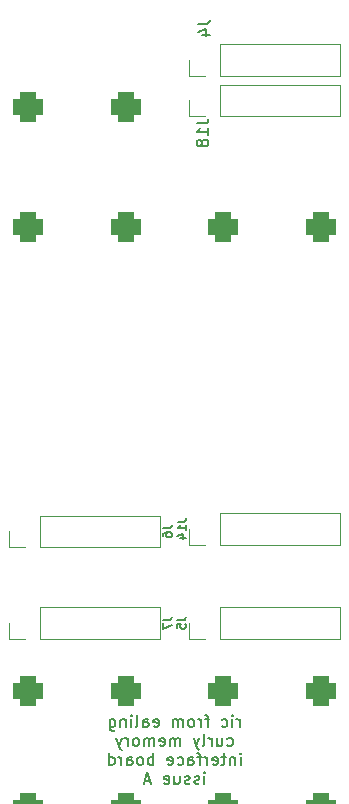
<source format=gbr>
%TF.GenerationSoftware,KiCad,Pcbnew,(6.0.0-0)*%
%TF.CreationDate,2022-01-16T08:33:06+00:00*%
%TF.ProjectId,curly-memory-interface-board,6375726c-792d-46d6-956d-6f72792d696e,rev?*%
%TF.SameCoordinates,Original*%
%TF.FileFunction,Legend,Bot*%
%TF.FilePolarity,Positive*%
%FSLAX46Y46*%
G04 Gerber Fmt 4.6, Leading zero omitted, Abs format (unit mm)*
G04 Created by KiCad (PCBNEW (6.0.0-0)) date 2022-01-16 08:33:06*
%MOMM*%
%LPD*%
G01*
G04 APERTURE LIST*
G04 Aperture macros list*
%AMRoundRect*
0 Rectangle with rounded corners*
0 $1 Rounding radius*
0 $2 $3 $4 $5 $6 $7 $8 $9 X,Y pos of 4 corners*
0 Add a 4 corners polygon primitive as box body*
4,1,4,$2,$3,$4,$5,$6,$7,$8,$9,$2,$3,0*
0 Add four circle primitives for the rounded corners*
1,1,$1+$1,$2,$3*
1,1,$1+$1,$4,$5*
1,1,$1+$1,$6,$7*
1,1,$1+$1,$8,$9*
0 Add four rect primitives between the rounded corners*
20,1,$1+$1,$2,$3,$4,$5,0*
20,1,$1+$1,$4,$5,$6,$7,0*
20,1,$1+$1,$6,$7,$8,$9,0*
20,1,$1+$1,$8,$9,$2,$3,0*%
G04 Aperture macros list end*
%ADD10C,0.150000*%
%ADD11C,0.120000*%
%ADD12O,2.300000X3.100000*%
%ADD13RoundRect,0.650000X0.650000X-0.650000X0.650000X0.650000X-0.650000X0.650000X-0.650000X-0.650000X0*%
%ADD14C,4.000000*%
%ADD15C,1.800000*%
%ADD16R,1.700000X1.700000*%
%ADD17O,1.700000X1.700000*%
%ADD18RoundRect,0.650000X-0.650000X0.650000X-0.650000X-0.650000X0.650000X-0.650000X0.650000X0.650000X0*%
G04 APERTURE END LIST*
D10*
X20500000Y-88054980D02*
X20500000Y-87388314D01*
X20500000Y-87578790D02*
X20452380Y-87483552D01*
X20404761Y-87435933D01*
X20309523Y-87388314D01*
X20214285Y-87388314D01*
X19880952Y-88054980D02*
X19880952Y-87388314D01*
X19880952Y-87054980D02*
X19928571Y-87102600D01*
X19880952Y-87150219D01*
X19833333Y-87102600D01*
X19880952Y-87054980D01*
X19880952Y-87150219D01*
X18976190Y-88007361D02*
X19071428Y-88054980D01*
X19261904Y-88054980D01*
X19357142Y-88007361D01*
X19404761Y-87959742D01*
X19452380Y-87864504D01*
X19452380Y-87578790D01*
X19404761Y-87483552D01*
X19357142Y-87435933D01*
X19261904Y-87388314D01*
X19071428Y-87388314D01*
X18976190Y-87435933D01*
X17928571Y-87388314D02*
X17547619Y-87388314D01*
X17785714Y-88054980D02*
X17785714Y-87197838D01*
X17738095Y-87102600D01*
X17642857Y-87054980D01*
X17547619Y-87054980D01*
X17214285Y-88054980D02*
X17214285Y-87388314D01*
X17214285Y-87578790D02*
X17166666Y-87483552D01*
X17119047Y-87435933D01*
X17023809Y-87388314D01*
X16928571Y-87388314D01*
X16452380Y-88054980D02*
X16547619Y-88007361D01*
X16595238Y-87959742D01*
X16642857Y-87864504D01*
X16642857Y-87578790D01*
X16595238Y-87483552D01*
X16547619Y-87435933D01*
X16452380Y-87388314D01*
X16309523Y-87388314D01*
X16214285Y-87435933D01*
X16166666Y-87483552D01*
X16119047Y-87578790D01*
X16119047Y-87864504D01*
X16166666Y-87959742D01*
X16214285Y-88007361D01*
X16309523Y-88054980D01*
X16452380Y-88054980D01*
X15690476Y-88054980D02*
X15690476Y-87388314D01*
X15690476Y-87483552D02*
X15642857Y-87435933D01*
X15547619Y-87388314D01*
X15404761Y-87388314D01*
X15309523Y-87435933D01*
X15261904Y-87531171D01*
X15261904Y-88054980D01*
X15261904Y-87531171D02*
X15214285Y-87435933D01*
X15119047Y-87388314D01*
X14976190Y-87388314D01*
X14880952Y-87435933D01*
X14833333Y-87531171D01*
X14833333Y-88054980D01*
X13214285Y-88007361D02*
X13309523Y-88054980D01*
X13500000Y-88054980D01*
X13595238Y-88007361D01*
X13642857Y-87912123D01*
X13642857Y-87531171D01*
X13595238Y-87435933D01*
X13500000Y-87388314D01*
X13309523Y-87388314D01*
X13214285Y-87435933D01*
X13166666Y-87531171D01*
X13166666Y-87626409D01*
X13642857Y-87721647D01*
X12309523Y-88054980D02*
X12309523Y-87531171D01*
X12357142Y-87435933D01*
X12452380Y-87388314D01*
X12642857Y-87388314D01*
X12738095Y-87435933D01*
X12309523Y-88007361D02*
X12404761Y-88054980D01*
X12642857Y-88054980D01*
X12738095Y-88007361D01*
X12785714Y-87912123D01*
X12785714Y-87816885D01*
X12738095Y-87721647D01*
X12642857Y-87674028D01*
X12404761Y-87674028D01*
X12309523Y-87626409D01*
X11690476Y-88054980D02*
X11785714Y-88007361D01*
X11833333Y-87912123D01*
X11833333Y-87054980D01*
X11309523Y-88054980D02*
X11309523Y-87388314D01*
X11309523Y-87054980D02*
X11357142Y-87102600D01*
X11309523Y-87150219D01*
X11261904Y-87102600D01*
X11309523Y-87054980D01*
X11309523Y-87150219D01*
X10833333Y-87388314D02*
X10833333Y-88054980D01*
X10833333Y-87483552D02*
X10785714Y-87435933D01*
X10690476Y-87388314D01*
X10547619Y-87388314D01*
X10452380Y-87435933D01*
X10404761Y-87531171D01*
X10404761Y-88054980D01*
X9500000Y-87388314D02*
X9500000Y-88197838D01*
X9547619Y-88293076D01*
X9595238Y-88340695D01*
X9690476Y-88388314D01*
X9833333Y-88388314D01*
X9928571Y-88340695D01*
X9500000Y-88007361D02*
X9595238Y-88054980D01*
X9785714Y-88054980D01*
X9880952Y-88007361D01*
X9928571Y-87959742D01*
X9976190Y-87864504D01*
X9976190Y-87578790D01*
X9928571Y-87483552D01*
X9880952Y-87435933D01*
X9785714Y-87388314D01*
X9595238Y-87388314D01*
X9500000Y-87435933D01*
X19452380Y-89617361D02*
X19547619Y-89664980D01*
X19738095Y-89664980D01*
X19833333Y-89617361D01*
X19880952Y-89569742D01*
X19928571Y-89474504D01*
X19928571Y-89188790D01*
X19880952Y-89093552D01*
X19833333Y-89045933D01*
X19738095Y-88998314D01*
X19547619Y-88998314D01*
X19452380Y-89045933D01*
X18595238Y-88998314D02*
X18595238Y-89664980D01*
X19023809Y-88998314D02*
X19023809Y-89522123D01*
X18976190Y-89617361D01*
X18880952Y-89664980D01*
X18738095Y-89664980D01*
X18642857Y-89617361D01*
X18595238Y-89569742D01*
X18119047Y-89664980D02*
X18119047Y-88998314D01*
X18119047Y-89188790D02*
X18071428Y-89093552D01*
X18023809Y-89045933D01*
X17928571Y-88998314D01*
X17833333Y-88998314D01*
X17357142Y-89664980D02*
X17452380Y-89617361D01*
X17500000Y-89522123D01*
X17500000Y-88664980D01*
X17071428Y-88998314D02*
X16833333Y-89664980D01*
X16595238Y-88998314D02*
X16833333Y-89664980D01*
X16928571Y-89903076D01*
X16976190Y-89950695D01*
X17071428Y-89998314D01*
X15452380Y-89664980D02*
X15452380Y-88998314D01*
X15452380Y-89093552D02*
X15404761Y-89045933D01*
X15309523Y-88998314D01*
X15166666Y-88998314D01*
X15071428Y-89045933D01*
X15023809Y-89141171D01*
X15023809Y-89664980D01*
X15023809Y-89141171D02*
X14976190Y-89045933D01*
X14880952Y-88998314D01*
X14738095Y-88998314D01*
X14642857Y-89045933D01*
X14595238Y-89141171D01*
X14595238Y-89664980D01*
X13738095Y-89617361D02*
X13833333Y-89664980D01*
X14023809Y-89664980D01*
X14119047Y-89617361D01*
X14166666Y-89522123D01*
X14166666Y-89141171D01*
X14119047Y-89045933D01*
X14023809Y-88998314D01*
X13833333Y-88998314D01*
X13738095Y-89045933D01*
X13690476Y-89141171D01*
X13690476Y-89236409D01*
X14166666Y-89331647D01*
X13261904Y-89664980D02*
X13261904Y-88998314D01*
X13261904Y-89093552D02*
X13214285Y-89045933D01*
X13119047Y-88998314D01*
X12976190Y-88998314D01*
X12880952Y-89045933D01*
X12833333Y-89141171D01*
X12833333Y-89664980D01*
X12833333Y-89141171D02*
X12785714Y-89045933D01*
X12690476Y-88998314D01*
X12547619Y-88998314D01*
X12452380Y-89045933D01*
X12404761Y-89141171D01*
X12404761Y-89664980D01*
X11785714Y-89664980D02*
X11880952Y-89617361D01*
X11928571Y-89569742D01*
X11976190Y-89474504D01*
X11976190Y-89188790D01*
X11928571Y-89093552D01*
X11880952Y-89045933D01*
X11785714Y-88998314D01*
X11642857Y-88998314D01*
X11547619Y-89045933D01*
X11500000Y-89093552D01*
X11452380Y-89188790D01*
X11452380Y-89474504D01*
X11500000Y-89569742D01*
X11547619Y-89617361D01*
X11642857Y-89664980D01*
X11785714Y-89664980D01*
X11023809Y-89664980D02*
X11023809Y-88998314D01*
X11023809Y-89188790D02*
X10976190Y-89093552D01*
X10928571Y-89045933D01*
X10833333Y-88998314D01*
X10738095Y-88998314D01*
X10500000Y-88998314D02*
X10261904Y-89664980D01*
X10023809Y-88998314D02*
X10261904Y-89664980D01*
X10357142Y-89903076D01*
X10404761Y-89950695D01*
X10500000Y-89998314D01*
X20571428Y-91274980D02*
X20571428Y-90608314D01*
X20571428Y-90274980D02*
X20619047Y-90322600D01*
X20571428Y-90370219D01*
X20523809Y-90322600D01*
X20571428Y-90274980D01*
X20571428Y-90370219D01*
X20095238Y-90608314D02*
X20095238Y-91274980D01*
X20095238Y-90703552D02*
X20047619Y-90655933D01*
X19952380Y-90608314D01*
X19809523Y-90608314D01*
X19714285Y-90655933D01*
X19666666Y-90751171D01*
X19666666Y-91274980D01*
X19333333Y-90608314D02*
X18952380Y-90608314D01*
X19190476Y-90274980D02*
X19190476Y-91132123D01*
X19142857Y-91227361D01*
X19047619Y-91274980D01*
X18952380Y-91274980D01*
X18238095Y-91227361D02*
X18333333Y-91274980D01*
X18523809Y-91274980D01*
X18619047Y-91227361D01*
X18666666Y-91132123D01*
X18666666Y-90751171D01*
X18619047Y-90655933D01*
X18523809Y-90608314D01*
X18333333Y-90608314D01*
X18238095Y-90655933D01*
X18190476Y-90751171D01*
X18190476Y-90846409D01*
X18666666Y-90941647D01*
X17761904Y-91274980D02*
X17761904Y-90608314D01*
X17761904Y-90798790D02*
X17714285Y-90703552D01*
X17666666Y-90655933D01*
X17571428Y-90608314D01*
X17476190Y-90608314D01*
X17285714Y-90608314D02*
X16904761Y-90608314D01*
X17142857Y-91274980D02*
X17142857Y-90417838D01*
X17095238Y-90322600D01*
X17000000Y-90274980D01*
X16904761Y-90274980D01*
X16142857Y-91274980D02*
X16142857Y-90751171D01*
X16190476Y-90655933D01*
X16285714Y-90608314D01*
X16476190Y-90608314D01*
X16571428Y-90655933D01*
X16142857Y-91227361D02*
X16238095Y-91274980D01*
X16476190Y-91274980D01*
X16571428Y-91227361D01*
X16619047Y-91132123D01*
X16619047Y-91036885D01*
X16571428Y-90941647D01*
X16476190Y-90894028D01*
X16238095Y-90894028D01*
X16142857Y-90846409D01*
X15238095Y-91227361D02*
X15333333Y-91274980D01*
X15523809Y-91274980D01*
X15619047Y-91227361D01*
X15666666Y-91179742D01*
X15714285Y-91084504D01*
X15714285Y-90798790D01*
X15666666Y-90703552D01*
X15619047Y-90655933D01*
X15523809Y-90608314D01*
X15333333Y-90608314D01*
X15238095Y-90655933D01*
X14428571Y-91227361D02*
X14523809Y-91274980D01*
X14714285Y-91274980D01*
X14809523Y-91227361D01*
X14857142Y-91132123D01*
X14857142Y-90751171D01*
X14809523Y-90655933D01*
X14714285Y-90608314D01*
X14523809Y-90608314D01*
X14428571Y-90655933D01*
X14380952Y-90751171D01*
X14380952Y-90846409D01*
X14857142Y-90941647D01*
X13190476Y-91274980D02*
X13190476Y-90274980D01*
X13190476Y-90655933D02*
X13095238Y-90608314D01*
X12904761Y-90608314D01*
X12809523Y-90655933D01*
X12761904Y-90703552D01*
X12714285Y-90798790D01*
X12714285Y-91084504D01*
X12761904Y-91179742D01*
X12809523Y-91227361D01*
X12904761Y-91274980D01*
X13095238Y-91274980D01*
X13190476Y-91227361D01*
X12142857Y-91274980D02*
X12238095Y-91227361D01*
X12285714Y-91179742D01*
X12333333Y-91084504D01*
X12333333Y-90798790D01*
X12285714Y-90703552D01*
X12238095Y-90655933D01*
X12142857Y-90608314D01*
X12000000Y-90608314D01*
X11904761Y-90655933D01*
X11857142Y-90703552D01*
X11809523Y-90798790D01*
X11809523Y-91084504D01*
X11857142Y-91179742D01*
X11904761Y-91227361D01*
X12000000Y-91274980D01*
X12142857Y-91274980D01*
X10952380Y-91274980D02*
X10952380Y-90751171D01*
X11000000Y-90655933D01*
X11095238Y-90608314D01*
X11285714Y-90608314D01*
X11380952Y-90655933D01*
X10952380Y-91227361D02*
X11047619Y-91274980D01*
X11285714Y-91274980D01*
X11380952Y-91227361D01*
X11428571Y-91132123D01*
X11428571Y-91036885D01*
X11380952Y-90941647D01*
X11285714Y-90894028D01*
X11047619Y-90894028D01*
X10952380Y-90846409D01*
X10476190Y-91274980D02*
X10476190Y-90608314D01*
X10476190Y-90798790D02*
X10428571Y-90703552D01*
X10380952Y-90655933D01*
X10285714Y-90608314D01*
X10190476Y-90608314D01*
X9428571Y-91274980D02*
X9428571Y-90274980D01*
X9428571Y-91227361D02*
X9523809Y-91274980D01*
X9714285Y-91274980D01*
X9809523Y-91227361D01*
X9857142Y-91179742D01*
X9904761Y-91084504D01*
X9904761Y-90798790D01*
X9857142Y-90703552D01*
X9809523Y-90655933D01*
X9714285Y-90608314D01*
X9523809Y-90608314D01*
X9428571Y-90655933D01*
X17500000Y-92884980D02*
X17500000Y-92218314D01*
X17500000Y-91884980D02*
X17547619Y-91932600D01*
X17500000Y-91980219D01*
X17452380Y-91932600D01*
X17500000Y-91884980D01*
X17500000Y-91980219D01*
X17071428Y-92837361D02*
X16976190Y-92884980D01*
X16785714Y-92884980D01*
X16690476Y-92837361D01*
X16642857Y-92742123D01*
X16642857Y-92694504D01*
X16690476Y-92599266D01*
X16785714Y-92551647D01*
X16928571Y-92551647D01*
X17023809Y-92504028D01*
X17071428Y-92408790D01*
X17071428Y-92361171D01*
X17023809Y-92265933D01*
X16928571Y-92218314D01*
X16785714Y-92218314D01*
X16690476Y-92265933D01*
X16261904Y-92837361D02*
X16166666Y-92884980D01*
X15976190Y-92884980D01*
X15880952Y-92837361D01*
X15833333Y-92742123D01*
X15833333Y-92694504D01*
X15880952Y-92599266D01*
X15976190Y-92551647D01*
X16119047Y-92551647D01*
X16214285Y-92504028D01*
X16261904Y-92408790D01*
X16261904Y-92361171D01*
X16214285Y-92265933D01*
X16119047Y-92218314D01*
X15976190Y-92218314D01*
X15880952Y-92265933D01*
X14976190Y-92218314D02*
X14976190Y-92884980D01*
X15404761Y-92218314D02*
X15404761Y-92742123D01*
X15357142Y-92837361D01*
X15261904Y-92884980D01*
X15119047Y-92884980D01*
X15023809Y-92837361D01*
X14976190Y-92789742D01*
X14119047Y-92837361D02*
X14214285Y-92884980D01*
X14404761Y-92884980D01*
X14500000Y-92837361D01*
X14547619Y-92742123D01*
X14547619Y-92361171D01*
X14500000Y-92265933D01*
X14404761Y-92218314D01*
X14214285Y-92218314D01*
X14119047Y-92265933D01*
X14071428Y-92361171D01*
X14071428Y-92456409D01*
X14547619Y-92551647D01*
X12928571Y-92599266D02*
X12452380Y-92599266D01*
X13023809Y-92884980D02*
X12690476Y-91884980D01*
X12357142Y-92884980D01*
%TO.C,J14*%
X15235685Y-70665257D02*
X15771400Y-70665257D01*
X15878542Y-70629542D01*
X15949971Y-70558114D01*
X15985685Y-70450971D01*
X15985685Y-70379542D01*
X15985685Y-71415257D02*
X15985685Y-70986685D01*
X15985685Y-71200971D02*
X15235685Y-71200971D01*
X15342828Y-71129542D01*
X15414257Y-71058114D01*
X15449971Y-70986685D01*
X15485685Y-72058114D02*
X15985685Y-72058114D01*
X15199971Y-71879542D02*
X15735685Y-71700971D01*
X15735685Y-72165257D01*
%TO.C,J7*%
X13991085Y-79000000D02*
X14526800Y-79000000D01*
X14633942Y-78964285D01*
X14705371Y-78892857D01*
X14741085Y-78785714D01*
X14741085Y-78714285D01*
X13991085Y-79285714D02*
X13991085Y-79785714D01*
X14741085Y-79464285D01*
%TO.C,J6*%
X13991085Y-71250000D02*
X14526800Y-71250000D01*
X14633942Y-71214285D01*
X14705371Y-71142857D01*
X14741085Y-71035714D01*
X14741085Y-70964285D01*
X13991085Y-71928571D02*
X13991085Y-71785714D01*
X14026800Y-71714285D01*
X14062514Y-71678571D01*
X14169657Y-71607142D01*
X14312514Y-71571428D01*
X14598228Y-71571428D01*
X14669657Y-71607142D01*
X14705371Y-71642857D01*
X14741085Y-71714285D01*
X14741085Y-71857142D01*
X14705371Y-71928571D01*
X14669657Y-71964285D01*
X14598228Y-72000000D01*
X14419657Y-72000000D01*
X14348228Y-71964285D01*
X14312514Y-71928571D01*
X14276800Y-71857142D01*
X14276800Y-71714285D01*
X14312514Y-71642857D01*
X14348228Y-71607142D01*
X14419657Y-71571428D01*
%TO.C,J4*%
X16978380Y-28546466D02*
X17692666Y-28546466D01*
X17835523Y-28498847D01*
X17930761Y-28403609D01*
X17978380Y-28260752D01*
X17978380Y-28165514D01*
X17311714Y-29451228D02*
X17978380Y-29451228D01*
X16930761Y-29213133D02*
X17645047Y-28975038D01*
X17645047Y-29594085D01*
%TO.C,J18*%
X16851380Y-36960276D02*
X17565666Y-36960276D01*
X17708523Y-36912657D01*
X17803761Y-36817419D01*
X17851380Y-36674561D01*
X17851380Y-36579323D01*
X17851380Y-37960276D02*
X17851380Y-37388847D01*
X17851380Y-37674561D02*
X16851380Y-37674561D01*
X16994238Y-37579323D01*
X17089476Y-37484085D01*
X17137095Y-37388847D01*
X17279952Y-38531704D02*
X17232333Y-38436466D01*
X17184714Y-38388847D01*
X17089476Y-38341228D01*
X17041857Y-38341228D01*
X16946619Y-38388847D01*
X16899000Y-38436466D01*
X16851380Y-38531704D01*
X16851380Y-38722180D01*
X16899000Y-38817419D01*
X16946619Y-38865038D01*
X17041857Y-38912657D01*
X17089476Y-38912657D01*
X17184714Y-38865038D01*
X17232333Y-38817419D01*
X17279952Y-38722180D01*
X17279952Y-38531704D01*
X17327571Y-38436466D01*
X17375190Y-38388847D01*
X17470428Y-38341228D01*
X17660904Y-38341228D01*
X17756142Y-38388847D01*
X17803761Y-38436466D01*
X17851380Y-38531704D01*
X17851380Y-38722180D01*
X17803761Y-38817419D01*
X17756142Y-38865038D01*
X17660904Y-38912657D01*
X17470428Y-38912657D01*
X17375190Y-38865038D01*
X17327571Y-38817419D01*
X17279952Y-38722180D01*
%TO.C,J5*%
X15184885Y-78998000D02*
X15720600Y-78998000D01*
X15827742Y-78962285D01*
X15899171Y-78890857D01*
X15934885Y-78783714D01*
X15934885Y-78712285D01*
X15184885Y-79712285D02*
X15184885Y-79355142D01*
X15542028Y-79319428D01*
X15506314Y-79355142D01*
X15470600Y-79426571D01*
X15470600Y-79605142D01*
X15506314Y-79676571D01*
X15542028Y-79712285D01*
X15613457Y-79748000D01*
X15792028Y-79748000D01*
X15863457Y-79712285D01*
X15899171Y-79676571D01*
X15934885Y-79605142D01*
X15934885Y-79426571D01*
X15899171Y-79355142D01*
X15863457Y-79319428D01*
D11*
%TO.C,J14*%
X18810000Y-69970000D02*
X18810000Y-72630000D01*
X16210000Y-72630000D02*
X17540000Y-72630000D01*
X29030000Y-69970000D02*
X29030000Y-72630000D01*
X16210000Y-71300000D02*
X16210000Y-72630000D01*
X18810000Y-72630000D02*
X29030000Y-72630000D01*
X18810000Y-69970000D02*
X29030000Y-69970000D01*
%TO.C,J7*%
X970000Y-79250000D02*
X970000Y-80580000D01*
X13790000Y-77920000D02*
X13790000Y-80580000D01*
X3570000Y-77920000D02*
X13790000Y-77920000D01*
X970000Y-80580000D02*
X2300000Y-80580000D01*
X3570000Y-80580000D02*
X13790000Y-80580000D01*
X3570000Y-77920000D02*
X3570000Y-80580000D01*
%TO.C,J6*%
X3570000Y-70170000D02*
X13790000Y-70170000D01*
X970000Y-72830000D02*
X2300000Y-72830000D01*
X13790000Y-70170000D02*
X13790000Y-72830000D01*
X3570000Y-70170000D02*
X3570000Y-72830000D01*
X970000Y-71500000D02*
X970000Y-72830000D01*
X3570000Y-72830000D02*
X13790000Y-72830000D01*
%TO.C,J4*%
X18810000Y-30270000D02*
X29030000Y-30270000D01*
X29030000Y-30270000D02*
X29030000Y-32930000D01*
X18810000Y-30270000D02*
X18810000Y-32930000D01*
X16210000Y-32930000D02*
X17540000Y-32930000D01*
X16210000Y-31600000D02*
X16210000Y-32930000D01*
X18810000Y-32930000D02*
X29030000Y-32930000D01*
%TO.C,J18*%
X18810000Y-33670000D02*
X29030000Y-33670000D01*
X16210000Y-35000000D02*
X16210000Y-36330000D01*
X29030000Y-33670000D02*
X29030000Y-36330000D01*
X16210000Y-36330000D02*
X17540000Y-36330000D01*
X18810000Y-36330000D02*
X29030000Y-36330000D01*
X18810000Y-33670000D02*
X18810000Y-36330000D01*
%TO.C,J5*%
X18810000Y-77920000D02*
X18810000Y-80580000D01*
X18810000Y-80580000D02*
X29030000Y-80580000D01*
X16210000Y-80580000D02*
X17540000Y-80580000D01*
X29030000Y-77920000D02*
X29030000Y-80580000D01*
X16210000Y-79250000D02*
X16210000Y-80580000D01*
X18810000Y-77920000D02*
X29030000Y-77920000D01*
%TD*%
%LPC*%
D10*
X15785714Y-98597980D02*
X15785714Y-97931314D01*
X15785714Y-98121790D02*
X15738095Y-98026552D01*
X15690476Y-97978933D01*
X15595238Y-97931314D01*
X15500000Y-97931314D01*
X15309523Y-97931314D02*
X14928571Y-97931314D01*
X15166666Y-98597980D02*
X15166666Y-97740838D01*
X15119047Y-97645600D01*
X15023809Y-97597980D01*
X14928571Y-97597980D01*
X14214285Y-98550361D02*
X14309523Y-98597980D01*
X14500000Y-98597980D01*
X14595238Y-98550361D01*
X14642857Y-98455123D01*
X14642857Y-98074171D01*
X14595238Y-97978933D01*
X14500000Y-97931314D01*
X14309523Y-97931314D01*
X14214285Y-97978933D01*
X14166666Y-98074171D01*
X14166666Y-98169409D01*
X14642857Y-98264647D01*
D12*
%TO.C,J8*%
X13980000Y-85000000D03*
D13*
X2580000Y-85000000D03*
X10880000Y-85000000D03*
%TD*%
D12*
%TO.C,J10*%
X13980000Y-94900000D03*
D13*
X2580000Y-94900000D03*
X10880000Y-94900000D03*
%TD*%
D12*
%TO.C,J1*%
X13980000Y-35600000D03*
D13*
X2580000Y-35600000D03*
X10880000Y-35600000D03*
%TD*%
D14*
%TO.C,RV2*%
X18100000Y-6700000D03*
X26900000Y-6700000D03*
D15*
X25000000Y-13700000D03*
X22500000Y-13700000D03*
X20000000Y-13700000D03*
%TD*%
D12*
%TO.C,J2*%
X13980000Y-45700000D03*
D13*
X2580000Y-45700000D03*
X10880000Y-45700000D03*
%TD*%
D14*
%TO.C,RV1*%
X11900000Y-6700000D03*
X3100000Y-6700000D03*
D15*
X10000000Y-13700000D03*
X7500000Y-13700000D03*
X5000000Y-13700000D03*
%TD*%
D16*
%TO.C,J17*%
X15000000Y-62758000D03*
D17*
X15000000Y-65298000D03*
%TD*%
D12*
%TO.C,J11*%
X16020000Y-94900000D03*
D18*
X27420000Y-94900000D03*
X19120000Y-94900000D03*
%TD*%
D16*
%TO.C,J16*%
X17540000Y-68900000D03*
D17*
X20080000Y-68900000D03*
X22620000Y-68900000D03*
X25160000Y-68900000D03*
X27700000Y-68900000D03*
%TD*%
D12*
%TO.C,J3*%
X16020000Y-45700000D03*
D18*
X27420000Y-45700000D03*
X19120000Y-45700000D03*
%TD*%
D14*
%TO.C,RV3*%
X11900000Y-21400000D03*
X3100000Y-21400000D03*
D15*
X10000000Y-28400000D03*
X7500000Y-28400000D03*
X5000000Y-28400000D03*
%TD*%
D16*
%TO.C,J15*%
X17540000Y-75200000D03*
D17*
X20080000Y-75200000D03*
X22620000Y-75200000D03*
X25160000Y-75200000D03*
X27700000Y-75200000D03*
%TD*%
D16*
%TO.C,J13*%
X2300000Y-75200000D03*
D17*
X4840000Y-75200000D03*
X7380000Y-75200000D03*
X9920000Y-75200000D03*
X12460000Y-75200000D03*
%TD*%
D14*
%TO.C,RV4*%
X26900000Y-21400000D03*
X18100000Y-21400000D03*
D15*
X25000000Y-28400000D03*
X22500000Y-28400000D03*
X20000000Y-28400000D03*
%TD*%
D12*
%TO.C,J9*%
X16020000Y-85000000D03*
D18*
X27420000Y-85000000D03*
X19120000Y-85000000D03*
%TD*%
D16*
%TO.C,J12*%
X2300000Y-68900000D03*
D17*
X4840000Y-68900000D03*
X7380000Y-68900000D03*
X9920000Y-68900000D03*
X12460000Y-68900000D03*
%TD*%
D16*
%TO.C,J14*%
X17540000Y-71300000D03*
D17*
X20080000Y-71300000D03*
X22620000Y-71300000D03*
X25160000Y-71300000D03*
X27700000Y-71300000D03*
%TD*%
D16*
%TO.C,J7*%
X2300000Y-79250000D03*
D17*
X4840000Y-79250000D03*
X7380000Y-79250000D03*
X9920000Y-79250000D03*
X12460000Y-79250000D03*
%TD*%
D16*
%TO.C,J6*%
X2300000Y-71500000D03*
D17*
X4840000Y-71500000D03*
X7380000Y-71500000D03*
X9920000Y-71500000D03*
X12460000Y-71500000D03*
%TD*%
D16*
%TO.C,J4*%
X17540000Y-31600000D03*
D17*
X20080000Y-31600000D03*
X22620000Y-31600000D03*
X25160000Y-31600000D03*
X27700000Y-31600000D03*
%TD*%
D16*
%TO.C,J18*%
X17540000Y-35000000D03*
D17*
X20080000Y-35000000D03*
X22620000Y-35000000D03*
X25160000Y-35000000D03*
X27700000Y-35000000D03*
%TD*%
D16*
%TO.C,J5*%
X17540000Y-79250000D03*
D17*
X20080000Y-79250000D03*
X22620000Y-79250000D03*
X25160000Y-79250000D03*
X27700000Y-79250000D03*
%TD*%
M02*

</source>
